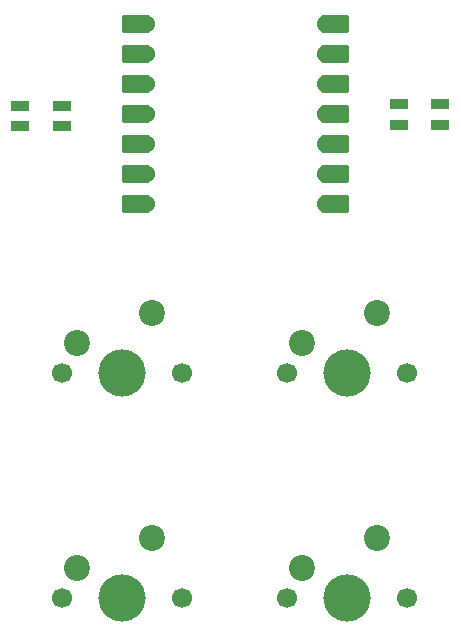
<source format=gbr>
%TF.GenerationSoftware,KiCad,Pcbnew,9.0.6*%
%TF.CreationDate,2025-12-01T23:19:04-05:00*%
%TF.ProjectId,project,70726f6a-6563-4742-9e6b-696361645f70,rev?*%
%TF.SameCoordinates,Original*%
%TF.FileFunction,Soldermask,Top*%
%TF.FilePolarity,Negative*%
%FSLAX46Y46*%
G04 Gerber Fmt 4.6, Leading zero omitted, Abs format (unit mm)*
G04 Created by KiCad (PCBNEW 9.0.6) date 2025-12-01 23:19:04*
%MOMM*%
%LPD*%
G01*
G04 APERTURE LIST*
G04 Aperture macros list*
%AMRoundRect*
0 Rectangle with rounded corners*
0 $1 Rounding radius*
0 $2 $3 $4 $5 $6 $7 $8 $9 X,Y pos of 4 corners*
0 Add a 4 corners polygon primitive as box body*
4,1,4,$2,$3,$4,$5,$6,$7,$8,$9,$2,$3,0*
0 Add four circle primitives for the rounded corners*
1,1,$1+$1,$2,$3*
1,1,$1+$1,$4,$5*
1,1,$1+$1,$6,$7*
1,1,$1+$1,$8,$9*
0 Add four rect primitives between the rounded corners*
20,1,$1+$1,$2,$3,$4,$5,0*
20,1,$1+$1,$4,$5,$6,$7,0*
20,1,$1+$1,$6,$7,$8,$9,0*
20,1,$1+$1,$8,$9,$2,$3,0*%
G04 Aperture macros list end*
%ADD10C,1.700000*%
%ADD11C,4.000000*%
%ADD12C,2.200000*%
%ADD13R,1.600000X0.850000*%
%ADD14RoundRect,0.152400X1.063600X0.609600X-1.063600X0.609600X-1.063600X-0.609600X1.063600X-0.609600X0*%
%ADD15C,1.524000*%
%ADD16RoundRect,0.152400X-1.063600X-0.609600X1.063600X-0.609600X1.063600X0.609600X-1.063600X0.609600X0*%
G04 APERTURE END LIST*
D10*
%TO.C,SW4*%
X130651250Y-85725000D03*
D11*
X135731250Y-85725000D03*
D10*
X140811250Y-85725000D03*
D12*
X138271250Y-80645000D03*
X131921250Y-83185000D03*
%TD*%
D13*
%TO.C,D1*%
X108100000Y-44020000D03*
X108100000Y-45770000D03*
X111600000Y-45770000D03*
X111600000Y-44020000D03*
%TD*%
%TO.C,D2*%
X140160000Y-43900000D03*
X140160000Y-45650000D03*
X143660000Y-45650000D03*
X143660000Y-43900000D03*
%TD*%
D10*
%TO.C,SW3*%
X111601250Y-85725000D03*
D11*
X116681250Y-85725000D03*
D10*
X121761250Y-85725000D03*
D12*
X119221250Y-80645000D03*
X112871250Y-83185000D03*
%TD*%
D10*
%TO.C,SW1*%
X111601250Y-66675000D03*
D11*
X116681250Y-66675000D03*
D10*
X121761250Y-66675000D03*
D12*
X119221250Y-61595000D03*
X112871250Y-64135000D03*
%TD*%
D10*
%TO.C,SW2*%
X130651250Y-66675000D03*
D11*
X135731250Y-66675000D03*
D10*
X140811250Y-66675000D03*
D12*
X138271250Y-61595000D03*
X131921250Y-64135000D03*
%TD*%
D14*
%TO.C,U1*%
X117855000Y-37140000D03*
D15*
X118690000Y-37140000D03*
D14*
X117855000Y-39680000D03*
D15*
X118690000Y-39680000D03*
D14*
X117855000Y-42220000D03*
D15*
X118690000Y-42220000D03*
D14*
X117855000Y-44760000D03*
D15*
X118690000Y-44760000D03*
D14*
X117855000Y-47300000D03*
D15*
X118690000Y-47300000D03*
D14*
X117855000Y-49840000D03*
D15*
X118690000Y-49840000D03*
D14*
X117855000Y-52380000D03*
D15*
X118690000Y-52380000D03*
X133930000Y-52380000D03*
D16*
X134765000Y-52380000D03*
D15*
X133930000Y-49840000D03*
D16*
X134765000Y-49840000D03*
D15*
X133930000Y-47300000D03*
D16*
X134765000Y-47300000D03*
D15*
X133930000Y-44760000D03*
D16*
X134765000Y-44760000D03*
D15*
X133930000Y-42220000D03*
D16*
X134765000Y-42220000D03*
D15*
X133930000Y-39680000D03*
D16*
X134765000Y-39680000D03*
D15*
X133930000Y-37140000D03*
D16*
X134765000Y-37140000D03*
%TD*%
M02*

</source>
